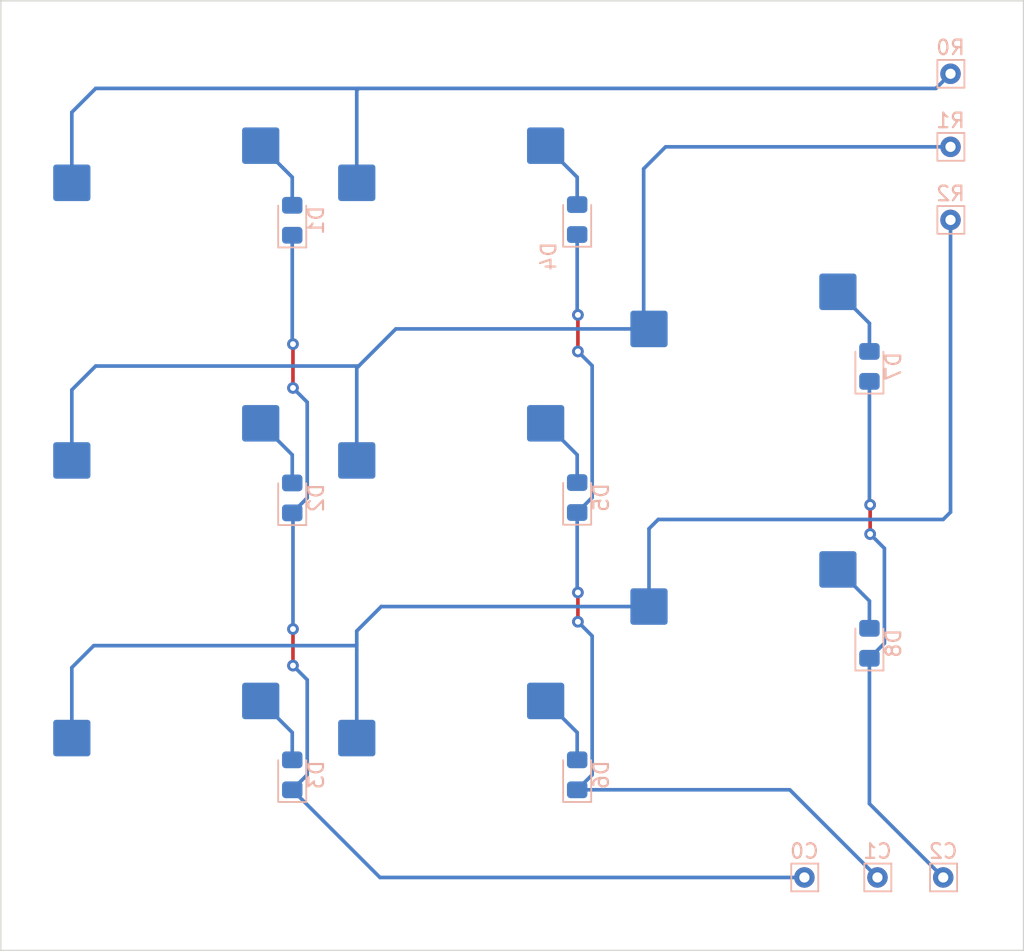
<source format=kicad_pcb>
(kicad_pcb (version 20211014) (generator pcbnew)
  (layers (0 "F.Cu" signal) (31 "B.Cu" signal) (34 "B.Paste" user) (35 "F.Paste" user) (36 "B.SilkS" user "B.Silkscreen") (37 "F.SilkS" user "F.Silkscreen") (38 "B.Mask" user) (39 "F.Mask" user) (44 "Edge.Cuts" user))
  (net 0 "")
  (net 1 "Net-(D1-Pad2)")
  (net 2 "Net-(D2-Pad2)")
  (net 3 "Net-(D3-Pad2)")
  (net 4 "Net-(D4-Pad2)")
  (net 5 "Net-(D5-Pad2)")
  (net 6 "Net-(D6-Pad2)")
  (net 7 "Net-(D7-Pad2)")
  (net 8 "Net-(D8-Pad2)")
  (net 9 "Net-(D1-Pad1)")
  (net 10 "Net-(D4-Pad1)")
  (net 11 "Net-(D7-Pad1)")
  (net 12 "Net-(SW1-Pad1)")
  (net 13 "Net-(SW2-Pad1)")
  (net 14 "Net-(SW3-Pad1)")
  (footprint "mech-kbd:MX-Hotswap-1U" (layer "F.Cu") (at 56.95 88)
    (fp_text reference "SW3")
    (fp_text value "C")
    (pad "" np_thru_hole circle (at 2.54 -5.08) (size 3 3) (drill 3) (layers F&B.Cu *.Mask))
    (pad "" np_thru_hole circle (at -3.81 -2.54) (size 3 3) (drill 3) (layers F&B.Cu *.Mask))
    (pad "" np_thru_hole circle (at 0 0) (size 3.9878 3.9878) (drill 3.9878) (layers F&B.Cu *.Mask))
    (pad "" np_thru_hole circle (at -5.08 0 48.099) (size 1.7018 1.7018) (drill 1.7018) (layers F&B.Cu *.Mask))
    (pad "" np_thru_hole circle (at 5.08 0 48.099) (size 1.7018 1.7018) (drill 1.7018) (layers F&B.Cu *.Mask))
    (pad "1" smd roundrect (at -7.085 -2.54) (size 2.55 2.5) (layers "B.Cu" "B.Paste" "B.Mask") (roundrect_rratio 0.08) (net 14 "Net-(SW3-Pad1)"))
    (pad "2" smd roundrect (at 5.842 -5.08) (size 2.55 2.5) (layers "B.Cu" "B.Paste" "B.Mask") (roundrect_rratio 0.08) (net 3 "Net-(D3-Pad2)"))
  )
  (footprint "mech-kbd:MX-Hotswap-1U" (layer "F.Cu") (at 96.45 60)
    (fp_text reference "SW7")
    (fp_text value "T")
    (pad "" np_thru_hole circle (at 5.08 0 48.099) (size 1.7018 1.7018) (drill 1.7018) (layers F&B.Cu *.Mask))
    (pad "" np_thru_hole circle (at 0 0) (size 3.9878 3.9878) (drill 3.9878) (layers F&B.Cu *.Mask))
    (pad "" np_thru_hole circle (at -3.81 -2.54) (size 3 3) (drill 3) (layers F&B.Cu *.Mask))
    (pad "" np_thru_hole circle (at 2.54 -5.08) (size 3 3) (drill 3) (layers F&B.Cu *.Mask))
    (pad "" np_thru_hole circle (at -5.08 0 48.099) (size 1.7018 1.7018) (drill 1.7018) (layers F&B.Cu *.Mask))
    (pad "1" smd roundrect (at -7.085 -2.54) (size 2.55 2.5) (layers "B.Cu" "B.Paste" "B.Mask") (roundrect_rratio 0.08) (net 13 "Net-(SW2-Pad1)"))
    (pad "2" smd roundrect (at 5.842 -5.08) (size 2.55 2.5) (layers "B.Cu" "B.Paste" "B.Mask") (roundrect_rratio 0.08) (net 7 "Net-(D7-Pad2)"))
  )
  (footprint "mech-kbd:MX-Hotswap-1U" (layer "F.Cu") (at 76.45 50)
    (fp_text reference "SW4")
    (fp_text value "R")
    (pad "" np_thru_hole circle (at 2.54 -5.08) (size 3 3) (drill 3) (layers F&B.Cu *.Mask))
    (pad "" np_thru_hole circle (at -3.81 -2.54) (size 3 3) (drill 3) (layers F&B.Cu *.Mask))
    (pad "" np_thru_hole circle (at 5.08 0 48.099) (size 1.7018 1.7018) (drill 1.7018) (layers F&B.Cu *.Mask))
    (pad "" np_thru_hole circle (at 0 0) (size 3.9878 3.9878) (drill 3.9878) (layers F&B.Cu *.Mask))
    (pad "" np_thru_hole circle (at -5.08 0 48.099) (size 1.7018 1.7018) (drill 1.7018) (layers F&B.Cu *.Mask))
    (pad "1" smd roundrect (at -7.085 -2.54) (size 2.55 2.5) (layers "B.Cu" "B.Paste" "B.Mask") (roundrect_rratio 0.08) (net 12 "Net-(SW1-Pad1)"))
    (pad "2" smd roundrect (at 5.842 -5.08) (size 2.55 2.5) (layers "B.Cu" "B.Paste" "B.Mask") (roundrect_rratio 0.08) (net 4 "Net-(D4-Pad2)"))
  )
  (footprint "mech-kbd:MX-Hotswap-1U" (layer "F.Cu") (at 96.45 79)
    (fp_text reference "SW8")
    (fp_text value "G")
    (pad "" np_thru_hole circle (at 0 0) (size 3.9878 3.9878) (drill 3.9878) (layers F&B.Cu *.Mask))
    (pad "" np_thru_hole circle (at 2.54 -5.08) (size 3 3) (drill 3) (layers F&B.Cu *.Mask))
    (pad "" np_thru_hole circle (at -3.81 -2.54) (size 3 3) (drill 3) (layers F&B.Cu *.Mask))
    (pad "" np_thru_hole circle (at 5.08 0 48.099) (size 1.7018 1.7018) (drill 1.7018) (layers F&B.Cu *.Mask))
    (pad "" np_thru_hole circle (at -5.08 0 48.099) (size 1.7018 1.7018) (drill 1.7018) (layers F&B.Cu *.Mask))
    (pad "1" smd roundrect (at -7.085 -2.54) (size 2.55 2.5) (layers "B.Cu" "B.Paste" "B.Mask") (roundrect_rratio 0.08) (net 14 "Net-(SW3-Pad1)"))
    (pad "2" smd roundrect (at 5.842 -5.08) (size 2.55 2.5) (layers "B.Cu" "B.Paste" "B.Mask") (roundrect_rratio 0.08) (net 8 "Net-(D8-Pad2)"))
  )
  (footprint "mech-kbd:MX-Hotswap-1U" (layer "F.Cu") (at 76.45 69)
    (fp_text reference "SW5")
    (fp_text value "F")
    (pad "" np_thru_hole circle (at 5.08 0 48.099) (size 1.7018 1.7018) (drill 1.7018) (layers F&B.Cu *.Mask))
    (pad "" np_thru_hole circle (at 2.54 -5.08) (size 3 3) (drill 3) (layers F&B.Cu *.Mask))
    (pad "" np_thru_hole circle (at -3.81 -2.54) (size 3 3) (drill 3) (layers F&B.Cu *.Mask))
    (pad "" np_thru_hole circle (at -5.08 0 48.099) (size 1.7018 1.7018) (drill 1.7018) (layers F&B.Cu *.Mask))
    (pad "" np_thru_hole circle (at 0 0) (size 3.9878 3.9878) (drill 3.9878) (layers F&B.Cu *.Mask))
    (pad "1" smd roundrect (at -7.085 -2.54) (size 2.55 2.5) (layers "B.Cu" "B.Paste" "B.Mask") (roundrect_rratio 0.08) (net 13 "Net-(SW2-Pad1)"))
    (pad "2" smd roundrect (at 5.842 -5.08) (size 2.55 2.5) (layers "B.Cu" "B.Paste" "B.Mask") (roundrect_rratio 0.08) (net 5 "Net-(D5-Pad2)"))
  )
  (footprint "mech-kbd:MX-Hotswap-1U" (layer "F.Cu") (at 76.45 88)
    (fp_text reference "SW6")
    (fp_text value "V")
    (pad "" np_thru_hole circle (at -3.81 -2.54) (size 3 3) (drill 3) (layers F&B.Cu *.Mask))
    (pad "" np_thru_hole circle (at 0 0) (size 3.9878 3.9878) (drill 3.9878) (layers F&B.Cu *.Mask))
    (pad "" np_thru_hole circle (at 5.08 0 48.099) (size 1.7018 1.7018) (drill 1.7018) (layers F&B.Cu *.Mask))
    (pad "" np_thru_hole circle (at -5.08 0 48.099) (size 1.7018 1.7018) (drill 1.7018) (layers F&B.Cu *.Mask))
    (pad "" np_thru_hole circle (at 2.54 -5.08) (size 3 3) (drill 3) (layers F&B.Cu *.Mask))
    (pad "1" smd roundrect (at -7.085 -2.54) (size 2.55 2.5) (layers "B.Cu" "B.Paste" "B.Mask") (roundrect_rratio 0.08) (net 14 "Net-(SW3-Pad1)"))
    (pad "2" smd roundrect (at 5.842 -5.08) (size 2.55 2.5) (layers "B.Cu" "B.Paste" "B.Mask") (roundrect_rratio 0.08) (net 6 "Net-(D6-Pad2)"))
  )
  (footprint "mech-kbd:MX-Hotswap-1U" (layer "F.Cu") (at 56.95 50)
    (fp_text reference "SW1")
    (fp_text value "E")
    (pad "" np_thru_hole circle (at 5.08 0 48.099) (size 1.7018 1.7018) (drill 1.7018) (layers F&B.Cu *.Mask))
    (pad "" np_thru_hole circle (at 2.54 -5.08) (size 3 3) (drill 3) (layers F&B.Cu *.Mask))
    (pad "" np_thru_hole circle (at -5.08 0 48.099) (size 1.7018 1.7018) (drill 1.7018) (layers F&B.Cu *.Mask))
    (pad "" np_thru_hole circle (at 0 0) (size 3.9878 3.9878) (drill 3.9878) (layers F&B.Cu *.Mask))
    (pad "" np_thru_hole circle (at -3.81 -2.54) (size 3 3) (drill 3) (layers F&B.Cu *.Mask))
    (pad "1" smd roundrect (at -7.085 -2.54) (size 2.55 2.5) (layers "B.Cu" "B.Paste" "B.Mask") (roundrect_rratio 0.08) (net 12 "Net-(SW1-Pad1)"))
    (pad "2" smd roundrect (at 5.842 -5.08) (size 2.55 2.5) (layers "B.Cu" "B.Paste" "B.Mask") (roundrect_rratio 0.08) (net 1 "Net-(D1-Pad2)"))
  )
  (footprint "mech-kbd:MX-Hotswap-1U" (layer "F.Cu") (at 56.95 69)
    (fp_text reference "SW2")
    (fp_text value "D")
    (pad "" np_thru_hole circle (at 0 0) (size 3.9878 3.9878) (drill 3.9878) (layers F&B.Cu *.Mask))
    (pad "" np_thru_hole circle (at -3.81 -2.54) (size 3 3) (drill 3) (layers F&B.Cu *.Mask))
    (pad "" np_thru_hole circle (at -5.08 0 48.099) (size 1.7018 1.7018) (drill 1.7018) (layers F&B.Cu *.Mask))
    (pad "" np_thru_hole circle (at 5.08 0 48.099) (size 1.7018 1.7018) (drill 1.7018) (layers F&B.Cu *.Mask))
    (pad "" np_thru_hole circle (at 2.54 -5.08) (size 3 3) (drill 3) (layers F&B.Cu *.Mask))
    (pad "1" smd roundrect (at -7.085 -2.54) (size 2.55 2.5) (layers "B.Cu" "B.Paste" "B.Mask") (roundrect_rratio 0.08) (net 13 "Net-(SW2-Pad1)"))
    (pad "2" smd roundrect (at 5.842 -5.08) (size 2.55 2.5) (layers "B.Cu" "B.Paste" "B.Mask") (roundrect_rratio 0.08) (net 2 "Net-(D2-Pad2)"))
  )
  (footprint "Diode_SMD:D_0805_2012Metric_Pad1.15x1.40mm_HandSolder" (layer "B.Cu") (at 104.45 60.025 90)
    (fp_text reference "D7" (at 0 1.65 90) (layer "B.SilkS") (effects (justify mirror)))
    (fp_text value "D")
    (fp_line (start -1.86 0.96) (end -1.86 -0.96) (layer "B.SilkS") (width 0.12))
    (fp_line (start -1.86 -0.96) (end 1 -0.96) (layer "B.SilkS") (width 0.12))
    (fp_line (start 1 0.96) (end -1.86 0.96) (layer "B.SilkS") (width 0.12))
    (pad "1" smd roundrect (at -1.025 0 90) (size 1.15 1.4) (layers "B.Cu" "B.Paste" "B.Mask") (roundrect_rratio 0.2173913043) (net 11 "Net-(D7-Pad1)"))
    (pad "2" smd roundrect (at 1.025 0 90) (size 1.15 1.4) (layers "B.Cu" "B.Paste" "B.Mask") (roundrect_rratio 0.2173913043) (net 7 "Net-(D7-Pad2)"))
  )
  (footprint "Connector_Pin:Pin_D0.7mm_L6.5mm_W1.8mm_FlatFork" (layer "B.Cu") (at 105 95 180)
    (fp_text reference "J5" hide)
    (fp_text value "C1" (at 0 1.8) (layer "B.SilkS") (effects (justify mirror)))
    (fp_line (start -0.95 -0.95) (end 0.9 -0.95) (layer "B.SilkS") (width 0.12))
    (fp_line (start 0.9 -0.95) (end 0.9 0.9) (layer "B.SilkS") (width 0.12))
    (fp_line (start 0.9 0.95) (end -0.95 0.95) (layer "B.SilkS") (width 0.12))
    (fp_line (start 0.9 0.9) (end 0.9 0.95) (layer "B.SilkS") (width 0.12))
    (fp_line (start -0.95 0.95) (end -0.95 -0.95) (layer "B.SilkS") (width 0.12))
    (pad "1" thru_hole circle (at 0 0 180) (size 1.4 1.4) (drill 0.7) (layers *.Cu *.Mask) (net 10 "Net-(D4-Pad1)"))
  )
  (footprint "Connector_Pin:Pin_D0.7mm_L6.5mm_W1.8mm_FlatFork" (layer "B.Cu") (at 100 95 180)
    (fp_text reference "J4" hide)
    (fp_text value "C0" (at 0 1.8) (layer "B.SilkS") (effects (justify mirror)))
    (fp_line (start 0.9 0.95) (end -0.95 0.95) (layer "B.SilkS") (width 0.12))
    (fp_line (start -0.95 0.95) (end -0.95 -0.95) (layer "B.SilkS") (width 0.12))
    (fp_line (start 0.9 0.9) (end 0.9 0.95) (layer "B.SilkS") (width 0.12))
    (fp_line (start -0.95 -0.95) (end 0.9 -0.95) (layer "B.SilkS") (width 0.12))
    (fp_line (start 0.9 -0.95) (end 0.9 0.9) (layer "B.SilkS") (width 0.12))
    (pad "1" thru_hole circle (at 0 0 180) (size 1.4 1.4) (drill 0.7) (layers *.Cu *.Mask) (net 9 "Net-(D1-Pad1)"))
  )
  (footprint "Connector_Pin:Pin_D0.7mm_L6.5mm_W1.8mm_FlatFork" (layer "B.Cu") (at 110 50 180)
    (fp_text reference "J3" hide)
    (fp_text value "R2" (at 0 1.8) (layer "B.SilkS") (effects (justify mirror)))
    (fp_line (start 0.9 -0.95) (end 0.9 0.9) (layer "B.SilkS") (width 0.12))
    (fp_line (start -0.95 0.95) (end -0.95 -0.95) (layer "B.SilkS") (width 0.12))
    (fp_line (start 0.9 0.9) (end 0.9 0.95) (layer "B.SilkS") (width 0.12))
    (fp_line (start -0.95 -0.95) (end 0.9 -0.95) (layer "B.SilkS") (width 0.12))
    (fp_line (start 0.9 0.95) (end -0.95 0.95) (layer "B.SilkS") (width 0.12))
    (pad "1" thru_hole circle (at 0 0 180) (size 1.4 1.4) (drill 0.7) (layers *.Cu *.Mask) (net 14 "Net-(SW3-Pad1)"))
  )
  (footprint "Diode_SMD:D_0805_2012Metric_Pad1.15x1.40mm_HandSolder" (layer "B.Cu") (at 104.45 78.975 90)
    (fp_text reference "D8" (at 0 1.65 90) (layer "B.SilkS") (effects (justify mirror)))
    (fp_text value "D")
    (fp_line (start -1.86 -0.96) (end 1 -0.96) (layer "B.SilkS") (width 0.12))
    (fp_line (start 1 0.96) (end -1.86 0.96) (layer "B.SilkS") (width 0.12))
    (fp_line (start -1.86 0.96) (end -1.86 -0.96) (layer "B.SilkS") (width 0.12))
    (pad "1" smd roundrect (at -1.025 0 90) (size 1.15 1.4) (layers "B.Cu" "B.Paste" "B.Mask") (roundrect_rratio 0.2173913043) (net 11 "Net-(D7-Pad1)"))
    (pad "2" smd roundrect (at 1.025 0 90) (size 1.15 1.4) (layers "B.Cu" "B.Paste" "B.Mask") (roundrect_rratio 0.2173913043) (net 8 "Net-(D8-Pad2)"))
  )
  (footprint "Diode_SMD:D_0805_2012Metric_Pad1.15x1.40mm_HandSolder" (layer "B.Cu") (at 64.95 69.025 90)
    (fp_text reference "D2" (at 0 1.65 90) (layer "B.SilkS") (effects (justify mirror)))
    (fp_text value "D")
    (fp_line (start -1.86 -0.96) (end 1 -0.96) (layer "B.SilkS") (width 0.12))
    (fp_line (start 1 0.96) (end -1.86 0.96) (layer "B.SilkS") (width 0.12))
    (fp_line (start -1.86 0.96) (end -1.86 -0.96) (layer "B.SilkS") (width 0.12))
    (pad "1" smd roundrect (at -1.025 0 90) (size 1.15 1.4) (layers "B.Cu" "B.Paste" "B.Mask") (roundrect_rratio 0.2173913043) (net 9 "Net-(D1-Pad1)"))
    (pad "2" smd roundrect (at 1.025 0 90) (size 1.15 1.4) (layers "B.Cu" "B.Paste" "B.Mask") (roundrect_rratio 0.2173913043) (net 2 "Net-(D2-Pad2)"))
  )
  (footprint "Diode_SMD:D_0805_2012Metric_Pad1.15x1.40mm_HandSolder" (layer "B.Cu") (at 64.95 50.025 90)
    (fp_text reference "D1" (at 0 1.65 90) (layer "B.SilkS") (effects (justify mirror)))
    (fp_text value "D")
    (fp_line (start -1.86 -0.96) (end 1 -0.96) (layer "B.SilkS") (width 0.12))
    (fp_line (start -1.86 0.96) (end -1.86 -0.96) (layer "B.SilkS") (width 0.12))
    (fp_line (start 1 0.96) (end -1.86 0.96) (layer "B.SilkS") (width 0.12))
    (pad "1" smd roundrect (at -1.025 0 90) (size 1.15 1.4) (layers "B.Cu" "B.Paste" "B.Mask") (roundrect_rratio 0.2173913043) (net 9 "Net-(D1-Pad1)"))
    (pad "2" smd roundrect (at 1.025 0 90) (size 1.15 1.4) (layers "B.Cu" "B.Paste" "B.Mask") (roundrect_rratio 0.2173913043) (net 1 "Net-(D1-Pad2)"))
  )
  (footprint "Diode_SMD:D_0805_2012Metric_Pad1.15x1.40mm_HandSolder" (layer "B.Cu") (at 84.45 69 90)
    (fp_text reference "D5" (at 0 1.65 90) (layer "B.SilkS") (effects (justify mirror)))
    (fp_text value "D")
    (fp_line (start -1.86 -0.96) (end 1 -0.96) (layer "B.SilkS") (width 0.12))
    (fp_line (start 1 0.96) (end -1.86 0.96) (layer "B.SilkS") (width 0.12))
    (fp_line (start -1.86 0.96) (end -1.86 -0.96) (layer "B.SilkS") (width 0.12))
    (pad "1" smd roundrect (at -1.025 0 90) (size 1.15 1.4) (layers "B.Cu" "B.Paste" "B.Mask") (roundrect_rratio 0.2173913043) (net 10 "Net-(D4-Pad1)"))
    (pad "2" smd roundrect (at 1.025 0 90) (size 1.15 1.4) (layers "B.Cu" "B.Paste" "B.Mask") (roundrect_rratio 0.2173913043) (net 5 "Net-(D5-Pad2)"))
  )
  (footprint "Diode_SMD:D_0805_2012Metric_Pad1.15x1.40mm_HandSolder" (layer "B.Cu") (at 64.95 87.975 90)
    (fp_text reference "D3" (at 0 1.65 90) (layer "B.SilkS") (effects (justify mirror)))
    (fp_text value "D")
    (fp_line (start -1.86 -0.96) (end 1 -0.96) (layer "B.SilkS") (width 0.12))
    (fp_line (start 1 0.96) (end -1.86 0.96) (layer "B.SilkS") (width 0.12))
    (fp_line (start -1.86 0.96) (end -1.86 -0.96) (layer "B.SilkS") (width 0.12))
    (pad "1" smd roundrect (at -1.025 0 90) (size 1.15 1.4) (layers "B.Cu" "B.Paste" "B.Mask") (roundrect_rratio 0.2173913043) (net 9 "Net-(D1-Pad1)"))
    (pad "2" smd roundrect (at 1.025 0 90) (size 1.15 1.4) (layers "B.Cu" "B.Paste" "B.Mask") (roundrect_rratio 0.2173913043) (net 3 "Net-(D3-Pad2)"))
  )
  (footprint "Connector_Pin:Pin_D0.7mm_L6.5mm_W1.8mm_FlatFork" (layer "B.Cu") (at 109.5 95 180)
    (fp_text reference "J6" hide)
    (fp_text value "C2" (at 0 1.8) (layer "B.SilkS") (effects (justify mirror)))
    (fp_line (start 0.9 0.95) (end -0.95 0.95) (layer "B.SilkS") (width 0.12))
    (fp_line (start -0.95 0.95) (end -0.95 -0.95) (layer "B.SilkS") (width 0.12))
    (fp_line (start 0.9 0.9) (end 0.9 0.95) (layer "B.SilkS") (width 0.12))
    (fp_line (start 0.9 -0.95) (end 0.9 0.9) (layer "B.SilkS") (width 0.12))
    (fp_line (start -0.95 -0.95) (end 0.9 -0.95) (layer "B.SilkS") (width 0.12))
    (pad "1" thru_hole circle (at 0 0 180) (size 1.4 1.4) (drill 0.7) (layers *.Cu *.Mask) (net 11 "Net-(D7-Pad1)"))
  )
  (footprint "Diode_SMD:D_0805_2012Metric_Pad1.15x1.40mm_HandSolder" (layer "B.Cu") (at 84.45 49.975 90)
    (fp_text reference "D4" (at -2.525 -1.95 90) (layer "B.SilkS") (effects (justify mirror)))
    (fp_text value "D")
    (fp_line (start -1.86 0.96) (end -1.86 -0.96) (layer "B.SilkS") (width 0.12))
    (fp_line (start -1.86 -0.96) (end 1 -0.96) (layer "B.SilkS") (width 0.12))
    (fp_line (start 1 0.96) (end -1.86 0.96) (layer "B.SilkS") (width 0.12))
    (pad "1" smd roundrect (at -1.025 0 90) (size 1.15 1.4) (layers "B.Cu" "B.Paste" "B.Mask") (roundrect_rratio 0.2173913043) (net 10 "Net-(D4-Pad1)"))
    (pad "2" smd roundrect (at 1.025 0 90) (size 1.15 1.4) (layers "B.Cu" "B.Paste" "B.Mask") (roundrect_rratio 0.2173913043) (net 4 "Net-(D4-Pad2)"))
  )
  (footprint "Diode_SMD:D_0805_2012Metric_Pad1.15x1.40mm_HandSolder" (layer "B.Cu") (at 84.45 87.975 90)
    (fp_text reference "D6" (at 0 1.65 90) (layer "B.SilkS") (effects (justify mirror)))
    (fp_text value "D")
    (fp_line (start 1 0.96) (end -1.86 0.96) (layer "B.SilkS") (width 0.12))
    (fp_line (start -1.86 -0.96) (end 1 -0.96) (layer "B.SilkS") (width 0.12))
    (fp_line (start -1.86 0.96) (end -1.86 -0.96) (layer "B.SilkS") (width 0.12))
    (pad "1" smd roundrect (at -1.025 0 90) (size 1.15 1.4) (layers "B.Cu" "B.Paste" "B.Mask") (roundrect_rratio 0.2173913043) (net 10 "Net-(D4-Pad1)"))
    (pad "2" smd roundrect (at 1.025 0 90) (size 1.15 1.4) (layers "B.Cu" "B.Paste" "B.Mask") (roundrect_rratio 0.2173913043) (net 6 "Net-(D6-Pad2)"))
  )
  (footprint "Connector_Pin:Pin_D0.7mm_L6.5mm_W1.8mm_FlatFork" (layer "B.Cu") (at 110 40 180)
    (fp_text reference "J1" hide)
    (fp_text value "R0" (at 0 1.8) (layer "B.SilkS") (effects (justify mirror)))
    (fp_line (start 0.9 0.9) (end 0.9 0.95) (layer "B.SilkS") (width 0.12))
    (fp_line (start 0.9 0.95) (end -0.95 0.95) (layer "B.SilkS") (width 0.12))
    (fp_line (start 0.9 -0.95) (end 0.9 0.9) (layer "B.SilkS") (width 0.12))
    (fp_line (start -0.95 -0.95) (end 0.9 -0.95) (layer "B.SilkS") (width 0.12))
    (fp_line (start -0.95 0.95) (end -0.95 -0.95) (layer "B.SilkS") (width 0.12))
    (pad "1" thru_hole circle (at 0 0 180) (size 1.4 1.4) (drill 0.7) (layers *.Cu *.Mask) (net 12 "Net-(SW1-Pad1)"))
  )
  (footprint "Connector_Pin:Pin_D0.7mm_L6.5mm_W1.8mm_FlatFork" (layer "B.Cu") (at 110 45 180)
    (fp_text reference "J2" hide)
    (fp_text value "R1" (at 0 1.8) (layer "B.SilkS") (effects (justify mirror)))
    (fp_line (start -0.95 -0.95) (end 0.9 -0.95) (layer "B.SilkS") (width 0.12))
    (fp_line (start 0.9 0.95) (end -0.95 0.95) (layer "B.SilkS") (width 0.12))
    (fp_line (start -0.95 0.95) (end -0.95 -0.95) (layer "B.SilkS") (width 0.12))
    (fp_line (start 0.9 -0.95) (end 0.9 0.9) (layer "B.SilkS") (width 0.12))
    (fp_line (start 0.9 0.9) (end 0.9 0.95) (layer "B.SilkS") (width 0.12))
    (pad "1" thru_hole circle (at 0 0 180) (size 1.4 1.4) (drill 0.7) (layers *.Cu *.Mask) (net 13 "Net-(SW2-Pad1)"))
  )
  (gr_line (start 115 100) (end 115 35) (layer "Edge.Cuts") (width 0.1))
  (gr_line (start 115 35) (end 45 35) (layer "Edge.Cuts") (width 0.1))
  (gr_line (start 45 35) (end 45 100) (layer "Edge.Cuts") (width 0.1))
  (gr_line (start 45 100) (end 115 100) (layer "Edge.Cuts") (width 0.1))
  (segment (start 64.95 47.078) (end 62.792 44.92) (width 0.25) (layer "B.Cu") (net 1))
  (segment (start 64.95 49) (end 64.95 47.078) (width 0.25) (layer "B.Cu") (net 1))
  (segment (start 64.95 66.078) (end 62.792 63.92) (width 0.25) (layer "B.Cu") (net 2))
  (segment (start 64.95 68) (end 64.95 66.078) (width 0.25) (layer "B.Cu") (net 2))
  (segment (start 64.95 86.95) (end 64.95 85.078) (width 0.25) (layer "B.Cu") (net 3))
  (segment (start 64.95 85.078) (end 62.792 82.92) (width 0.25) (layer "B.Cu") (net 3))
  (segment (start 82.292 44.92) (end 84.45 47.078) (width 0.25) (layer "B.Cu") (net 4))
  (segment (start 84.45 47.078) (end 84.45 48.95) (width 0.25) (layer "B.Cu") (net 4))
  (segment (start 84.45 67.975) (end 84.45 66.078) (width 0.25) (layer "B.Cu") (net 5))
  (segment (start 84.45 66.078) (end 82.292 63.92) (width 0.25) (layer "B.Cu") (net 5))
  (segment (start 84.45 86.95) (end 84.45 85.078) (width 0.25) (layer "B.Cu") (net 6))
  (segment (start 84.45 85.078) (end 82.292 82.92) (width 0.25) (layer "B.Cu") (net 6))
  (segment (start 102.292 54.92) (end 104.45 57.078) (width 0.25) (layer "B.Cu") (net 7))
  (segment (start 104.45 57.078) (end 104.45 59) (width 0.25) (layer "B.Cu") (net 7))
  (segment (start 104.45 77.95) (end 104.45 76.078) (width 0.25) (layer "B.Cu") (net 8))
  (segment (start 104.45 76.078) (end 102.292 73.92) (width 0.25) (layer "B.Cu") (net 8))
  (segment (start 65 58.5) (end 65 61.5) (width 0.25) (layer "F.Cu") (net 9))
  (segment (start 65 78) (end 65 80.5) (width 0.25) (layer "F.Cu") (net 9))
  (via (at 65 61.5) (size 0.8) (drill 0.4) (layers "F.Cu" "B.Cu") (net 9))
  (via (at 65 58.5) (size 0.8) (drill 0.4) (layers "F.Cu" "B.Cu") (net 9))
  (via (at 65 80.5) (size 0.8) (drill 0.4) (layers "F.Cu" "B.Cu") (net 9))
  (via (at 65 78) (size 0.8) (drill 0.4) (layers "F.Cu" "B.Cu") (net 9))
  (segment (start 64.95 70.05) (end 65 70.1) (width 0.25) (layer "B.Cu") (net 9))
  (segment (start 64.95 51.05) (end 64.95 58.45) (width 0.25) (layer "B.Cu") (net 9))
  (segment (start 65 61.5) (end 65.975 62.475) (width 0.25) (layer "B.Cu") (net 9))
  (segment (start 65 80.5) (end 65.975 81.475) (width 0.25) (layer "B.Cu") (net 9))
  (segment (start 100 95) (end 70.95 95) (width 0.25) (layer "B.Cu") (net 9))
  (segment (start 65.975 69.025) (end 64.95 70.05) (width 0.25) (layer "B.Cu") (net 9))
  (segment (start 65.975 81.475) (end 65.975 87.975) (width 0.25) (layer "B.Cu") (net 9))
  (segment (start 70.95 95) (end 64.95 89) (width 0.25) (layer "B.Cu") (net 9))
  (segment (start 64.95 58.45) (end 65 58.5) (width 0.25) (layer "B.Cu") (net 9))
  (segment (start 65 70.1) (end 65 78) (width 0.25) (layer "B.Cu") (net 9))
  (segment (start 65.975 62.475) (end 65.975 69.025) (width 0.25) (layer "B.Cu") (net 9))
  (segment (start 65.975 87.975) (end 64.95 89) (width 0.25) (layer "B.Cu") (net 9))
  (segment (start 84.5 75.5) (end 84.5 77.5) (width 0.25) (layer "F.Cu") (net 10))
  (segment (start 84.5 56.5) (end 84.5 59) (width 0.25) (layer "F.Cu") (net 10))
  (via (at 84.5 59) (size 0.8) (drill 0.4) (layers "F.Cu" "B.Cu") (net 10))
  (via (at 84.5 75.5) (size 0.8) (drill 0.4) (layers "F.Cu" "B.Cu") (net 10))
  (via (at 84.5 77.5) (size 0.8) (drill 0.4) (layers "F.Cu" "B.Cu") (net 10))
  (via (at 84.5 56.5) (size 0.8) (drill 0.4) (layers "F.Cu" "B.Cu") (net 10))
  (segment (start 84.45 89) (end 99 89) (width 0.25) (layer "B.Cu") (net 10))
  (segment (start 84.45 56.45) (end 84.5 56.5) (width 0.25) (layer "B.Cu") (net 10))
  (segment (start 85.475 78.475) (end 85.475 87.975) (width 0.25) (layer "B.Cu") (net 10))
  (segment (start 85.475 69) (end 84.45 70.025) (width 0.25) (layer "B.Cu") (net 10))
  (segment (start 84.5 59) (end 85.475 59.975) (width 0.25) (layer "B.Cu") (net 10))
  (segment (start 85.475 59.975) (end 85.475 69) (width 0.25) (layer "B.Cu") (net 10))
  (segment (start 99 89) (end 105 95) (width 0.25) (layer "B.Cu") (net 10))
  (segment (start 84.45 51) (end 84.45 56.45) (width 0.25) (layer "B.Cu") (net 10))
  (segment (start 84.45 75.45) (end 84.5 75.5) (width 0.25) (layer "B.Cu") (net 10))
  (segment (start 84.5 77.5) (end 85.475 78.475) (width 0.25) (layer "B.Cu") (net 10))
  (segment (start 85.475 87.975) (end 84.45 89) (width 0.25) (layer "B.Cu") (net 10))
  (segment (start 84.45 70.025) (end 84.45 75.45) (width 0.25) (layer "B.Cu") (net 10))
  (segment (start 104.5 69.5) (end 104.5 71.5) (width 0.25) (layer "F.Cu") (net 11))
  (via (at 104.5 71.5) (size 0.8) (drill 0.4) (layers "F.Cu" "B.Cu") (net 11))
  (via (at 104.5 69.5) (size 0.8) (drill 0.4) (layers "F.Cu" "B.Cu") (net 11))
  (segment (start 104.45 61.05) (end 104.45 69.45) (width 0.25) (layer "B.Cu") (net 11))
  (segment (start 104.45 69.45) (end 104.5 69.5) (width 0.25) (layer "B.Cu") (net 11))
  (segment (start 105.475 78.975) (end 104.45 80) (width 0.25) (layer "B.Cu") (net 11))
  (segment (start 104.45 80) (end 104.45 89.95) (width 0.25) (layer "B.Cu") (net 11))
  (segment (start 104.45 89.95) (end 109.5 95) (width 0.25) (layer "B.Cu") (net 11))
  (segment (start 104.5 71.5) (end 105.475 72.475) (width 0.25) (layer "B.Cu") (net 11))
  (segment (start 105.475 72.475) (end 105.475 78.975) (width 0.25) (layer "B.Cu") (net 11))
  (segment (start 109 41) (end 69.5 41) (width 0.25) (layer "B.Cu") (net 12))
  (segment (start 49.865 42.635) (end 49.865 47.46) (width 0.25) (layer "B.Cu") (net 12))
  (segment (start 51.5 41) (end 49.865 42.635) (width 0.25) (layer "B.Cu") (net 12))
  (segment (start 69.5 41) (end 51.5 41) (width 0.25) (layer "B.Cu") (net 12))
  (segment (start 69.365 47.46) (end 69.365 41.135) (width 0.25) (layer "B.Cu") (net 12))
  (segment (start 69.365 41.135) (end 69.5 41) (width 0.25) (layer "B.Cu") (net 12))
  (segment (start 110 40) (end 109 41) (width 0.25) (layer "B.Cu") (net 12))
  (segment (start 90.5 45) (end 89 46.5) (width 0.25) (layer "B.Cu") (net 13))
  (segment (start 72.04 57.46) (end 69.5 60) (width 0.25) (layer "B.Cu") (net 13))
  (segment (start 51.5 60) (end 49.865 61.635) (width 0.25) (layer "B.Cu") (net 13))
  (segment (start 89 46.5) (end 89 57.095) (width 0.25) (layer "B.Cu") (net 13))
  (segment (start 49.865 61.635) (end 49.865 66.46) (width 0.25) (layer "B.Cu") (net 13))
  (segment (start 110 45) (end 90.5 45) (width 0.25) (layer "B.Cu") (net 13))
  (segment (start 69.5 60) (end 69.365 60.135) (width 0.25) (layer "B.Cu") (net 13))
  (segment (start 69.365 60.135) (end 69.365 66.46) (width 0.25) (layer "B.Cu") (net 13))
  (segment (start 89 57.095) (end 89.365 57.46) (width 0.25) (layer "B.Cu") (net 13))
  (segment (start 89.365 57.46) (end 72.04 57.46) (width 0.25) (layer "B.Cu") (net 13))
  (segment (start 69.5 60) (end 51.5 60) (width 0.25) (layer "B.Cu") (net 13))
  (segment (start 49.865 85.46) (end 49.865 80.635) (width 0.25) (layer "B.Cu") (net 14))
  (segment (start 110 50) (end 110 70) (width 0.25) (layer "B.Cu") (net 14))
  (segment (start 109.5 70.5) (end 90 70.5) (width 0.25) (layer "B.Cu") (net 14))
  (segment (start 110 70) (end 109.5 70.5) (width 0.25) (layer "B.Cu") (net 14))
  (segment (start 90 70.5) (end 89.365 71.135) (width 0.25) (layer "B.Cu") (net 14))
  (segment (start 49.865 80.635) (end 51.365 79.135) (width 0.25) (layer "B.Cu") (net 14))
  (segment (start 89.365 71.135) (end 89.365 76.46) (width 0.25) (layer "B.Cu") (net 14))
  (segment (start 89.365 76.46) (end 71.04 76.46) (width 0.25) (layer "B.Cu") (net 14))
  (segment (start 69.365 79.135) (end 69.365 85.46) (width 0.25) (layer "B.Cu") (net 14))
  (segment (start 51.365 79.135) (end 69.365 79.135) (width 0.25) (layer "B.Cu") (net 14))
  (segment (start 69.365 78.135) (end 69.365 79.135) (width 0.25) (layer "B.Cu") (net 14))
  (segment (start 71.04 76.46) (end 69.365 78.135) (width 0.25) (layer "B.Cu") (net 14))
)
</source>
